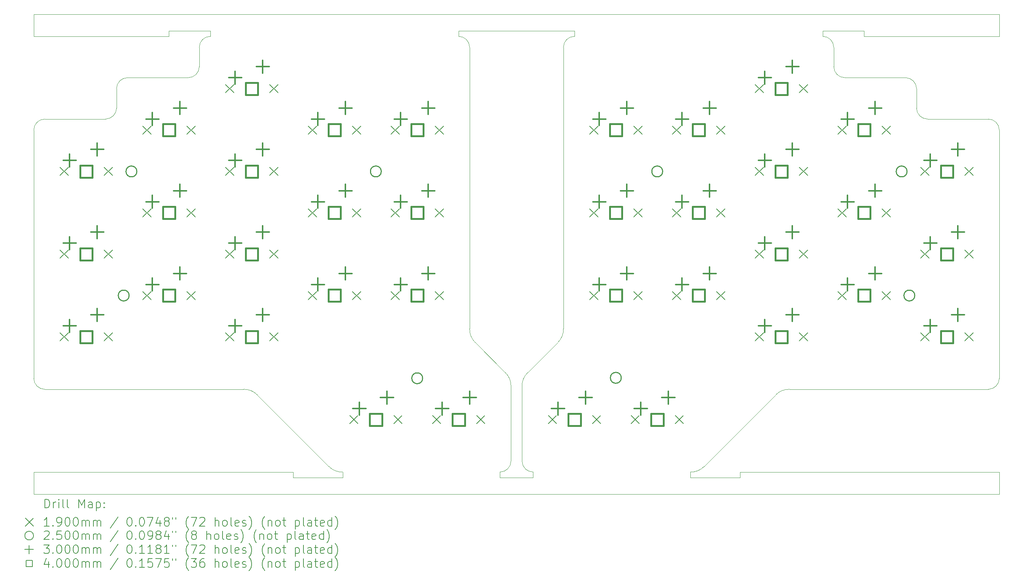
<source format=gbr>
%FSLAX45Y45*%
G04 Gerber Fmt 4.5, Leading zero omitted, Abs format (unit mm)*
G04 Created by KiCad (PCBNEW (6.0.6-1)-1) date 2022-07-19 11:22:40*
%MOMM*%
%LPD*%
G01*
G04 APERTURE LIST*
%TA.AperFunction,Profile*%
%ADD10C,0.120000*%
%TD*%
%ADD11C,0.200000*%
%ADD12C,0.190000*%
%ADD13C,0.250000*%
%ADD14C,0.300000*%
%ADD15C,0.400000*%
G04 APERTURE END LIST*
D10*
X14351000Y-6921500D02*
X8382000Y-6921500D01*
X2159003Y-3619500D02*
G75*
G03*
X2286000Y-3937000I417557J-17130D01*
G01*
X8382000Y-7048500D02*
X8382000Y-6921500D01*
X-762000Y-7048500D02*
X-1905000Y-7048500D01*
X-7874000Y-6921500D02*
X-7874000Y-7429500D01*
X3111497Y-4953000D02*
G75*
G03*
X2984500Y-4635500I-417557J17130D01*
G01*
X14351000Y3619500D02*
X14351000Y3111500D01*
X9525000Y-5016503D02*
G75*
G03*
X9207500Y-5143500I-17130J-417557D01*
G01*
X12446000Y1460500D02*
G75*
G03*
X12700000Y1206500I254000J0D01*
G01*
X14097000Y1206500D02*
X12700000Y1206500D01*
X-7874000Y952500D02*
X-7874000Y-4762500D01*
X4191002Y-3937002D02*
G75*
G03*
X4318000Y-3619500I-290562J300372D01*
G01*
X-3810000Y3111500D02*
X-3810000Y3238500D01*
X14097000Y-5016500D02*
G75*
G03*
X14351000Y-4762500I0J254000D01*
G01*
X1905000Y3238500D02*
X4572000Y3238500D01*
X14351000Y-4762500D02*
X14351000Y952500D01*
X-7620000Y1206500D02*
G75*
G03*
X-7874000Y952500I0J-254000D01*
G01*
X10541000Y2413000D02*
X10541000Y2857500D01*
X-1079502Y-6794502D02*
G75*
G03*
X-762000Y-6921500I300372J290562D01*
G01*
X14351000Y3619500D02*
X-7874000Y3619500D01*
X-762000Y-6921500D02*
X-762000Y-7048500D01*
X-2730498Y-5143498D02*
G75*
G03*
X-3048000Y-5016500I-300372J-290562D01*
G01*
X9207500Y-5143500D02*
X7556500Y-6794500D01*
X-4762500Y3238500D02*
X-4762500Y3111500D01*
X-7874000Y3111500D02*
X-7874000Y3619500D01*
X2857500Y-7048500D02*
X3619500Y-7048500D01*
X-6223000Y1206500D02*
G75*
G03*
X-5969000Y1460500I0J254000D01*
G01*
X-4318000Y2159000D02*
X-5715000Y2159000D01*
X10541000Y2857500D02*
G75*
G03*
X10287000Y3111500I-254000J0D01*
G01*
X9525000Y-5016500D02*
X14097000Y-5016500D01*
X11239500Y3238500D02*
X10287000Y3238500D01*
X-1079500Y-6794500D02*
X-2730500Y-5143500D01*
X-7874000Y-4762500D02*
G75*
G03*
X-7620000Y-5016500I254000J0D01*
G01*
X-4318000Y2159000D02*
G75*
G03*
X-4064000Y2413000I0J254000D01*
G01*
X-5715000Y2159000D02*
G75*
G03*
X-5969000Y1905000I0J-254000D01*
G01*
X4572000Y3238500D02*
X4572000Y3111500D01*
X3365500Y-6667500D02*
G75*
G03*
X3619500Y-6921500I254000J0D01*
G01*
X-6223000Y1206500D02*
X-7620000Y1206500D01*
X-7620000Y-5016500D02*
X-3048000Y-5016500D01*
X14351000Y952500D02*
G75*
G03*
X14097000Y1206500I-254000J0D01*
G01*
X-1905000Y-6921500D02*
X-1905000Y-7048500D01*
X12446000Y1905000D02*
G75*
G03*
X12192000Y2159000I-254000J0D01*
G01*
X10287000Y3238500D02*
X10287000Y3111500D01*
X-3810000Y3111500D02*
G75*
G03*
X-4064000Y2857500I0J-254000D01*
G01*
X3492498Y-4635498D02*
G75*
G03*
X3365500Y-4953000I290562J-300372D01*
G01*
X14351000Y3111500D02*
X11239500Y3111500D01*
X3365500Y-6667500D02*
X3365500Y-4953000D01*
X-3810000Y3238500D02*
X-4762500Y3238500D01*
X2984500Y-4635500D02*
X2286000Y-3937000D01*
X2857500Y-6921500D02*
X2857500Y-7048500D01*
X7239000Y-6921497D02*
G75*
G03*
X7556500Y-6794500I17130J417557D01*
G01*
X-4064000Y2857500D02*
X-4064000Y2413000D01*
X4318000Y2857500D02*
X4318000Y-3619500D01*
X-1905000Y-6921500D02*
X-7874000Y-6921500D01*
X3619500Y-7048500D02*
X3619500Y-6921500D01*
X7239000Y-7048500D02*
X7239000Y-6921500D01*
X4191000Y-3937000D02*
X3492500Y-4635500D01*
X10541000Y2413000D02*
G75*
G03*
X10795000Y2159000I254000J0D01*
G01*
X2857500Y-6921500D02*
G75*
G03*
X3111500Y-6667500I0J254000D01*
G01*
X3111500Y-4953000D02*
X3111500Y-6667500D01*
X14351000Y-7429500D02*
X-7874000Y-7429500D01*
X14351000Y-7429500D02*
X14351000Y-6921500D01*
X11239500Y3111500D02*
X11239500Y3238500D01*
X-4762500Y3111500D02*
X-7874000Y3111500D01*
X4572000Y3111500D02*
G75*
G03*
X4318000Y2857500I0J-254000D01*
G01*
X1905000Y3111500D02*
X1905000Y3238500D01*
X12192000Y2159000D02*
X10795000Y2159000D01*
X-5969000Y1905000D02*
X-5969000Y1460500D01*
X12446000Y1460500D02*
X12446000Y1905000D01*
X2159000Y-3619500D02*
X2159000Y2857500D01*
X2159000Y2857500D02*
G75*
G03*
X1905000Y3111500I-254000J0D01*
G01*
X8382000Y-7048500D02*
X7239000Y-7048500D01*
D11*
D12*
X-7270500Y95000D02*
X-7080500Y-95000D01*
X-7080500Y95000D02*
X-7270500Y-95000D01*
X-7270500Y-1810000D02*
X-7080500Y-2000000D01*
X-7080500Y-1810000D02*
X-7270500Y-2000000D01*
X-7270500Y-3715000D02*
X-7080500Y-3905000D01*
X-7080500Y-3715000D02*
X-7270500Y-3905000D01*
X-6254500Y95000D02*
X-6064500Y-95000D01*
X-6064500Y95000D02*
X-6254500Y-95000D01*
X-6254500Y-1810000D02*
X-6064500Y-2000000D01*
X-6064500Y-1810000D02*
X-6254500Y-2000000D01*
X-6254500Y-3715000D02*
X-6064500Y-3905000D01*
X-6064500Y-3715000D02*
X-6254500Y-3905000D01*
X-5365500Y1047500D02*
X-5175500Y857500D01*
X-5175500Y1047500D02*
X-5365500Y857500D01*
X-5365500Y-857500D02*
X-5175500Y-1047500D01*
X-5175500Y-857500D02*
X-5365500Y-1047500D01*
X-5365500Y-2762500D02*
X-5175500Y-2952500D01*
X-5175500Y-2762500D02*
X-5365500Y-2952500D01*
X-4349500Y1047500D02*
X-4159500Y857500D01*
X-4159500Y1047500D02*
X-4349500Y857500D01*
X-4349500Y-857500D02*
X-4159500Y-1047500D01*
X-4159500Y-857500D02*
X-4349500Y-1047500D01*
X-4349500Y-2762500D02*
X-4159500Y-2952500D01*
X-4159500Y-2762500D02*
X-4349500Y-2952500D01*
X-3460500Y2000000D02*
X-3270500Y1810000D01*
X-3270500Y2000000D02*
X-3460500Y1810000D01*
X-3460500Y95000D02*
X-3270500Y-95000D01*
X-3270500Y95000D02*
X-3460500Y-95000D01*
X-3460500Y-1810000D02*
X-3270500Y-2000000D01*
X-3270500Y-1810000D02*
X-3460500Y-2000000D01*
X-3460500Y-3715000D02*
X-3270500Y-3905000D01*
X-3270500Y-3715000D02*
X-3460500Y-3905000D01*
X-2444500Y2000000D02*
X-2254500Y1810000D01*
X-2254500Y2000000D02*
X-2444500Y1810000D01*
X-2444500Y95000D02*
X-2254500Y-95000D01*
X-2254500Y95000D02*
X-2444500Y-95000D01*
X-2444500Y-1810000D02*
X-2254500Y-2000000D01*
X-2254500Y-1810000D02*
X-2444500Y-2000000D01*
X-2444500Y-3715000D02*
X-2254500Y-3905000D01*
X-2254500Y-3715000D02*
X-2444500Y-3905000D01*
X-1555500Y1047500D02*
X-1365500Y857500D01*
X-1365500Y1047500D02*
X-1555500Y857500D01*
X-1555500Y-857500D02*
X-1365500Y-1047500D01*
X-1365500Y-857500D02*
X-1555500Y-1047500D01*
X-1555500Y-2762500D02*
X-1365500Y-2952500D01*
X-1365500Y-2762500D02*
X-1555500Y-2952500D01*
X-603000Y-5620000D02*
X-413000Y-5810000D01*
X-413000Y-5620000D02*
X-603000Y-5810000D01*
X-539500Y1047500D02*
X-349500Y857500D01*
X-349500Y1047500D02*
X-539500Y857500D01*
X-539500Y-857500D02*
X-349500Y-1047500D01*
X-349500Y-857500D02*
X-539500Y-1047500D01*
X-539500Y-2762500D02*
X-349500Y-2952500D01*
X-349500Y-2762500D02*
X-539500Y-2952500D01*
X349500Y1047500D02*
X539500Y857500D01*
X539500Y1047500D02*
X349500Y857500D01*
X349500Y-857500D02*
X539500Y-1047500D01*
X539500Y-857500D02*
X349500Y-1047500D01*
X349500Y-2762500D02*
X539500Y-2952500D01*
X539500Y-2762500D02*
X349500Y-2952500D01*
X413000Y-5620000D02*
X603000Y-5810000D01*
X603000Y-5620000D02*
X413000Y-5810000D01*
X1302000Y-5620000D02*
X1492000Y-5810000D01*
X1492000Y-5620000D02*
X1302000Y-5810000D01*
X1365500Y1047500D02*
X1555500Y857500D01*
X1555500Y1047500D02*
X1365500Y857500D01*
X1365500Y-857500D02*
X1555500Y-1047500D01*
X1555500Y-857500D02*
X1365500Y-1047500D01*
X1365500Y-2762500D02*
X1555500Y-2952500D01*
X1555500Y-2762500D02*
X1365500Y-2952500D01*
X2318000Y-5620000D02*
X2508000Y-5810000D01*
X2508000Y-5620000D02*
X2318000Y-5810000D01*
X3969000Y-5620000D02*
X4159000Y-5810000D01*
X4159000Y-5620000D02*
X3969000Y-5810000D01*
X4921500Y1047500D02*
X5111500Y857500D01*
X5111500Y1047500D02*
X4921500Y857500D01*
X4921500Y-857500D02*
X5111500Y-1047500D01*
X5111500Y-857500D02*
X4921500Y-1047500D01*
X4921500Y-2762500D02*
X5111500Y-2952500D01*
X5111500Y-2762500D02*
X4921500Y-2952500D01*
X4985000Y-5620000D02*
X5175000Y-5810000D01*
X5175000Y-5620000D02*
X4985000Y-5810000D01*
X5874000Y-5620000D02*
X6064000Y-5810000D01*
X6064000Y-5620000D02*
X5874000Y-5810000D01*
X5937500Y1047500D02*
X6127500Y857500D01*
X6127500Y1047500D02*
X5937500Y857500D01*
X5937500Y-857500D02*
X6127500Y-1047500D01*
X6127500Y-857500D02*
X5937500Y-1047500D01*
X5937500Y-2762500D02*
X6127500Y-2952500D01*
X6127500Y-2762500D02*
X5937500Y-2952500D01*
X6826500Y1047500D02*
X7016500Y857500D01*
X7016500Y1047500D02*
X6826500Y857500D01*
X6826500Y-857500D02*
X7016500Y-1047500D01*
X7016500Y-857500D02*
X6826500Y-1047500D01*
X6826500Y-2762500D02*
X7016500Y-2952500D01*
X7016500Y-2762500D02*
X6826500Y-2952500D01*
X6890000Y-5620000D02*
X7080000Y-5810000D01*
X7080000Y-5620000D02*
X6890000Y-5810000D01*
X7842500Y1047500D02*
X8032500Y857500D01*
X8032500Y1047500D02*
X7842500Y857500D01*
X7842500Y-857500D02*
X8032500Y-1047500D01*
X8032500Y-857500D02*
X7842500Y-1047500D01*
X7842500Y-2762500D02*
X8032500Y-2952500D01*
X8032500Y-2762500D02*
X7842500Y-2952500D01*
X8731500Y2000000D02*
X8921500Y1810000D01*
X8921500Y2000000D02*
X8731500Y1810000D01*
X8731500Y95000D02*
X8921500Y-95000D01*
X8921500Y95000D02*
X8731500Y-95000D01*
X8731500Y-1810000D02*
X8921500Y-2000000D01*
X8921500Y-1810000D02*
X8731500Y-2000000D01*
X8731500Y-3715000D02*
X8921500Y-3905000D01*
X8921500Y-3715000D02*
X8731500Y-3905000D01*
X9747500Y2000000D02*
X9937500Y1810000D01*
X9937500Y2000000D02*
X9747500Y1810000D01*
X9747500Y95000D02*
X9937500Y-95000D01*
X9937500Y95000D02*
X9747500Y-95000D01*
X9747500Y-1810000D02*
X9937500Y-2000000D01*
X9937500Y-1810000D02*
X9747500Y-2000000D01*
X9747500Y-3715000D02*
X9937500Y-3905000D01*
X9937500Y-3715000D02*
X9747500Y-3905000D01*
X10636500Y1047500D02*
X10826500Y857500D01*
X10826500Y1047500D02*
X10636500Y857500D01*
X10636500Y-857500D02*
X10826500Y-1047500D01*
X10826500Y-857500D02*
X10636500Y-1047500D01*
X10636500Y-2762500D02*
X10826500Y-2952500D01*
X10826500Y-2762500D02*
X10636500Y-2952500D01*
X11652500Y1047500D02*
X11842500Y857500D01*
X11842500Y1047500D02*
X11652500Y857500D01*
X11652500Y-857500D02*
X11842500Y-1047500D01*
X11842500Y-857500D02*
X11652500Y-1047500D01*
X11652500Y-2762500D02*
X11842500Y-2952500D01*
X11842500Y-2762500D02*
X11652500Y-2952500D01*
X12541500Y95000D02*
X12731500Y-95000D01*
X12731500Y95000D02*
X12541500Y-95000D01*
X12541500Y-1810000D02*
X12731500Y-2000000D01*
X12731500Y-1810000D02*
X12541500Y-2000000D01*
X12541500Y-3715000D02*
X12731500Y-3905000D01*
X12731500Y-3715000D02*
X12541500Y-3905000D01*
X13557500Y95000D02*
X13747500Y-95000D01*
X13747500Y95000D02*
X13557500Y-95000D01*
X13557500Y-1810000D02*
X13747500Y-2000000D01*
X13747500Y-1810000D02*
X13557500Y-2000000D01*
X13557500Y-3715000D02*
X13747500Y-3905000D01*
X13747500Y-3715000D02*
X13557500Y-3905000D01*
D13*
X-5678900Y-2857500D02*
G75*
G03*
X-5678900Y-2857500I-125000J0D01*
G01*
X-5501100Y0D02*
G75*
G03*
X-5501100Y0I-125000J0D01*
G01*
X125000Y0D02*
G75*
G03*
X125000Y0I-125000J0D01*
G01*
X1077500Y-4762500D02*
G75*
G03*
X1077500Y-4762500I-125000J0D01*
G01*
X5649500Y-4752340D02*
G75*
G03*
X5649500Y-4752340I-125000J0D01*
G01*
X6602000Y0D02*
G75*
G03*
X6602000Y0I-125000J0D01*
G01*
X12228100Y0D02*
G75*
G03*
X12228100Y0I-125000J0D01*
G01*
X12405900Y-2857500D02*
G75*
G03*
X12405900Y-2857500I-125000J0D01*
G01*
D14*
X-7048500Y404000D02*
X-7048500Y104000D01*
X-7198500Y254000D02*
X-6898500Y254000D01*
X-7048500Y-1501000D02*
X-7048500Y-1801000D01*
X-7198500Y-1651000D02*
X-6898500Y-1651000D01*
X-7048500Y-3406000D02*
X-7048500Y-3706000D01*
X-7198500Y-3556000D02*
X-6898500Y-3556000D01*
X-6413500Y658000D02*
X-6413500Y358000D01*
X-6563500Y508000D02*
X-6263500Y508000D01*
X-6413500Y-1247000D02*
X-6413500Y-1547000D01*
X-6563500Y-1397000D02*
X-6263500Y-1397000D01*
X-6413500Y-3152000D02*
X-6413500Y-3452000D01*
X-6563500Y-3302000D02*
X-6263500Y-3302000D01*
X-5143500Y1356500D02*
X-5143500Y1056500D01*
X-5293500Y1206500D02*
X-4993500Y1206500D01*
X-5143500Y-548500D02*
X-5143500Y-848500D01*
X-5293500Y-698500D02*
X-4993500Y-698500D01*
X-5143500Y-2453500D02*
X-5143500Y-2753500D01*
X-5293500Y-2603500D02*
X-4993500Y-2603500D01*
X-4508500Y1610500D02*
X-4508500Y1310500D01*
X-4658500Y1460500D02*
X-4358500Y1460500D01*
X-4508500Y-294500D02*
X-4508500Y-594500D01*
X-4658500Y-444500D02*
X-4358500Y-444500D01*
X-4508500Y-2199500D02*
X-4508500Y-2499500D01*
X-4658500Y-2349500D02*
X-4358500Y-2349500D01*
X-3238500Y2309000D02*
X-3238500Y2009000D01*
X-3388500Y2159000D02*
X-3088500Y2159000D01*
X-3238500Y404000D02*
X-3238500Y104000D01*
X-3388500Y254000D02*
X-3088500Y254000D01*
X-3238500Y-1501000D02*
X-3238500Y-1801000D01*
X-3388500Y-1651000D02*
X-3088500Y-1651000D01*
X-3238500Y-3406000D02*
X-3238500Y-3706000D01*
X-3388500Y-3556000D02*
X-3088500Y-3556000D01*
X-2603500Y2563000D02*
X-2603500Y2263000D01*
X-2753500Y2413000D02*
X-2453500Y2413000D01*
X-2603500Y658000D02*
X-2603500Y358000D01*
X-2753500Y508000D02*
X-2453500Y508000D01*
X-2603500Y-1247000D02*
X-2603500Y-1547000D01*
X-2753500Y-1397000D02*
X-2453500Y-1397000D01*
X-2603500Y-3152000D02*
X-2603500Y-3452000D01*
X-2753500Y-3302000D02*
X-2453500Y-3302000D01*
X-1333500Y1356500D02*
X-1333500Y1056500D01*
X-1483500Y1206500D02*
X-1183500Y1206500D01*
X-1333500Y-548500D02*
X-1333500Y-848500D01*
X-1483500Y-698500D02*
X-1183500Y-698500D01*
X-1333500Y-2453500D02*
X-1333500Y-2753500D01*
X-1483500Y-2603500D02*
X-1183500Y-2603500D01*
X-698500Y1610500D02*
X-698500Y1310500D01*
X-848500Y1460500D02*
X-548500Y1460500D01*
X-698500Y-294500D02*
X-698500Y-594500D01*
X-848500Y-444500D02*
X-548500Y-444500D01*
X-698500Y-2199500D02*
X-698500Y-2499500D01*
X-848500Y-2349500D02*
X-548500Y-2349500D01*
X-381000Y-5311000D02*
X-381000Y-5611000D01*
X-531000Y-5461000D02*
X-231000Y-5461000D01*
X254000Y-5057000D02*
X254000Y-5357000D01*
X104000Y-5207000D02*
X404000Y-5207000D01*
X571500Y1356500D02*
X571500Y1056500D01*
X421500Y1206500D02*
X721500Y1206500D01*
X571500Y-548500D02*
X571500Y-848500D01*
X421500Y-698500D02*
X721500Y-698500D01*
X571500Y-2453500D02*
X571500Y-2753500D01*
X421500Y-2603500D02*
X721500Y-2603500D01*
X1206500Y1610500D02*
X1206500Y1310500D01*
X1056500Y1460500D02*
X1356500Y1460500D01*
X1206500Y-294500D02*
X1206500Y-594500D01*
X1056500Y-444500D02*
X1356500Y-444500D01*
X1206500Y-2199500D02*
X1206500Y-2499500D01*
X1056500Y-2349500D02*
X1356500Y-2349500D01*
X1524000Y-5311000D02*
X1524000Y-5611000D01*
X1374000Y-5461000D02*
X1674000Y-5461000D01*
X2159000Y-5057000D02*
X2159000Y-5357000D01*
X2009000Y-5207000D02*
X2309000Y-5207000D01*
X4191000Y-5311000D02*
X4191000Y-5611000D01*
X4041000Y-5461000D02*
X4341000Y-5461000D01*
X4826000Y-5057000D02*
X4826000Y-5357000D01*
X4676000Y-5207000D02*
X4976000Y-5207000D01*
X5143500Y1356500D02*
X5143500Y1056500D01*
X4993500Y1206500D02*
X5293500Y1206500D01*
X5143500Y-548500D02*
X5143500Y-848500D01*
X4993500Y-698500D02*
X5293500Y-698500D01*
X5143500Y-2453500D02*
X5143500Y-2753500D01*
X4993500Y-2603500D02*
X5293500Y-2603500D01*
X5778500Y1610500D02*
X5778500Y1310500D01*
X5628500Y1460500D02*
X5928500Y1460500D01*
X5778500Y-294500D02*
X5778500Y-594500D01*
X5628500Y-444500D02*
X5928500Y-444500D01*
X5778500Y-2199500D02*
X5778500Y-2499500D01*
X5628500Y-2349500D02*
X5928500Y-2349500D01*
X6096000Y-5311000D02*
X6096000Y-5611000D01*
X5946000Y-5461000D02*
X6246000Y-5461000D01*
X6731000Y-5057000D02*
X6731000Y-5357000D01*
X6581000Y-5207000D02*
X6881000Y-5207000D01*
X7048500Y1356500D02*
X7048500Y1056500D01*
X6898500Y1206500D02*
X7198500Y1206500D01*
X7048500Y-548500D02*
X7048500Y-848500D01*
X6898500Y-698500D02*
X7198500Y-698500D01*
X7048500Y-2453500D02*
X7048500Y-2753500D01*
X6898500Y-2603500D02*
X7198500Y-2603500D01*
X7683500Y1610500D02*
X7683500Y1310500D01*
X7533500Y1460500D02*
X7833500Y1460500D01*
X7683500Y-294500D02*
X7683500Y-594500D01*
X7533500Y-444500D02*
X7833500Y-444500D01*
X7683500Y-2199500D02*
X7683500Y-2499500D01*
X7533500Y-2349500D02*
X7833500Y-2349500D01*
X8953500Y2309000D02*
X8953500Y2009000D01*
X8803500Y2159000D02*
X9103500Y2159000D01*
X8953500Y404000D02*
X8953500Y104000D01*
X8803500Y254000D02*
X9103500Y254000D01*
X8953500Y-1501000D02*
X8953500Y-1801000D01*
X8803500Y-1651000D02*
X9103500Y-1651000D01*
X8953500Y-3406000D02*
X8953500Y-3706000D01*
X8803500Y-3556000D02*
X9103500Y-3556000D01*
X9588500Y2563000D02*
X9588500Y2263000D01*
X9438500Y2413000D02*
X9738500Y2413000D01*
X9588500Y658000D02*
X9588500Y358000D01*
X9438500Y508000D02*
X9738500Y508000D01*
X9588500Y-1247000D02*
X9588500Y-1547000D01*
X9438500Y-1397000D02*
X9738500Y-1397000D01*
X9588500Y-3152000D02*
X9588500Y-3452000D01*
X9438500Y-3302000D02*
X9738500Y-3302000D01*
X10858500Y1356500D02*
X10858500Y1056500D01*
X10708500Y1206500D02*
X11008500Y1206500D01*
X10858500Y-548500D02*
X10858500Y-848500D01*
X10708500Y-698500D02*
X11008500Y-698500D01*
X10858500Y-2453500D02*
X10858500Y-2753500D01*
X10708500Y-2603500D02*
X11008500Y-2603500D01*
X11493500Y1610500D02*
X11493500Y1310500D01*
X11343500Y1460500D02*
X11643500Y1460500D01*
X11493500Y-294500D02*
X11493500Y-594500D01*
X11343500Y-444500D02*
X11643500Y-444500D01*
X11493500Y-2199500D02*
X11493500Y-2499500D01*
X11343500Y-2349500D02*
X11643500Y-2349500D01*
X12763500Y404000D02*
X12763500Y104000D01*
X12613500Y254000D02*
X12913500Y254000D01*
X12763500Y-1501000D02*
X12763500Y-1801000D01*
X12613500Y-1651000D02*
X12913500Y-1651000D01*
X12763500Y-3406000D02*
X12763500Y-3706000D01*
X12613500Y-3556000D02*
X12913500Y-3556000D01*
X13398500Y658000D02*
X13398500Y358000D01*
X13248500Y508000D02*
X13548500Y508000D01*
X13398500Y-1247000D02*
X13398500Y-1547000D01*
X13248500Y-1397000D02*
X13548500Y-1397000D01*
X13398500Y-3152000D02*
X13398500Y-3452000D01*
X13248500Y-3302000D02*
X13548500Y-3302000D01*
D15*
X-6526077Y-141423D02*
X-6526077Y141423D01*
X-6808923Y141423D01*
X-6808923Y-141423D01*
X-6526077Y-141423D01*
X-6526077Y-2046423D02*
X-6526077Y-1763577D01*
X-6808923Y-1763577D01*
X-6808923Y-2046423D01*
X-6526077Y-2046423D01*
X-6526077Y-3951423D02*
X-6526077Y-3668577D01*
X-6808923Y-3668577D01*
X-6808923Y-3951423D01*
X-6526077Y-3951423D01*
X-4621077Y811077D02*
X-4621077Y1093923D01*
X-4903923Y1093923D01*
X-4903923Y811077D01*
X-4621077Y811077D01*
X-4621077Y-1093923D02*
X-4621077Y-811077D01*
X-4903923Y-811077D01*
X-4903923Y-1093923D01*
X-4621077Y-1093923D01*
X-4621077Y-2998923D02*
X-4621077Y-2716077D01*
X-4903923Y-2716077D01*
X-4903923Y-2998923D01*
X-4621077Y-2998923D01*
X-2716077Y1763577D02*
X-2716077Y2046423D01*
X-2998923Y2046423D01*
X-2998923Y1763577D01*
X-2716077Y1763577D01*
X-2716077Y-141423D02*
X-2716077Y141423D01*
X-2998923Y141423D01*
X-2998923Y-141423D01*
X-2716077Y-141423D01*
X-2716077Y-2046423D02*
X-2716077Y-1763577D01*
X-2998923Y-1763577D01*
X-2998923Y-2046423D01*
X-2716077Y-2046423D01*
X-2716077Y-3951423D02*
X-2716077Y-3668577D01*
X-2998923Y-3668577D01*
X-2998923Y-3951423D01*
X-2716077Y-3951423D01*
X-811077Y811077D02*
X-811077Y1093923D01*
X-1093923Y1093923D01*
X-1093923Y811077D01*
X-811077Y811077D01*
X-811077Y-1093923D02*
X-811077Y-811077D01*
X-1093923Y-811077D01*
X-1093923Y-1093923D01*
X-811077Y-1093923D01*
X-811077Y-2998923D02*
X-811077Y-2716077D01*
X-1093923Y-2716077D01*
X-1093923Y-2998923D01*
X-811077Y-2998923D01*
X141423Y-5856423D02*
X141423Y-5573577D01*
X-141423Y-5573577D01*
X-141423Y-5856423D01*
X141423Y-5856423D01*
X1093923Y811077D02*
X1093923Y1093923D01*
X811077Y1093923D01*
X811077Y811077D01*
X1093923Y811077D01*
X1093923Y-1093923D02*
X1093923Y-811077D01*
X811077Y-811077D01*
X811077Y-1093923D01*
X1093923Y-1093923D01*
X1093923Y-2998923D02*
X1093923Y-2716077D01*
X811077Y-2716077D01*
X811077Y-2998923D01*
X1093923Y-2998923D01*
X2046423Y-5856423D02*
X2046423Y-5573577D01*
X1763577Y-5573577D01*
X1763577Y-5856423D01*
X2046423Y-5856423D01*
X4713423Y-5856423D02*
X4713423Y-5573577D01*
X4430577Y-5573577D01*
X4430577Y-5856423D01*
X4713423Y-5856423D01*
X5665923Y811077D02*
X5665923Y1093923D01*
X5383077Y1093923D01*
X5383077Y811077D01*
X5665923Y811077D01*
X5665923Y-1093923D02*
X5665923Y-811077D01*
X5383077Y-811077D01*
X5383077Y-1093923D01*
X5665923Y-1093923D01*
X5665923Y-2998923D02*
X5665923Y-2716077D01*
X5383077Y-2716077D01*
X5383077Y-2998923D01*
X5665923Y-2998923D01*
X6618423Y-5856423D02*
X6618423Y-5573577D01*
X6335577Y-5573577D01*
X6335577Y-5856423D01*
X6618423Y-5856423D01*
X7570923Y811077D02*
X7570923Y1093923D01*
X7288077Y1093923D01*
X7288077Y811077D01*
X7570923Y811077D01*
X7570923Y-1093923D02*
X7570923Y-811077D01*
X7288077Y-811077D01*
X7288077Y-1093923D01*
X7570923Y-1093923D01*
X7570923Y-2998923D02*
X7570923Y-2716077D01*
X7288077Y-2716077D01*
X7288077Y-2998923D01*
X7570923Y-2998923D01*
X9475923Y1763577D02*
X9475923Y2046423D01*
X9193077Y2046423D01*
X9193077Y1763577D01*
X9475923Y1763577D01*
X9475923Y-141423D02*
X9475923Y141423D01*
X9193077Y141423D01*
X9193077Y-141423D01*
X9475923Y-141423D01*
X9475923Y-2046423D02*
X9475923Y-1763577D01*
X9193077Y-1763577D01*
X9193077Y-2046423D01*
X9475923Y-2046423D01*
X9475923Y-3951423D02*
X9475923Y-3668577D01*
X9193077Y-3668577D01*
X9193077Y-3951423D01*
X9475923Y-3951423D01*
X11380923Y811077D02*
X11380923Y1093923D01*
X11098077Y1093923D01*
X11098077Y811077D01*
X11380923Y811077D01*
X11380923Y-1093923D02*
X11380923Y-811077D01*
X11098077Y-811077D01*
X11098077Y-1093923D01*
X11380923Y-1093923D01*
X11380923Y-2998923D02*
X11380923Y-2716077D01*
X11098077Y-2716077D01*
X11098077Y-2998923D01*
X11380923Y-2998923D01*
X13285923Y-141423D02*
X13285923Y141423D01*
X13003077Y141423D01*
X13003077Y-141423D01*
X13285923Y-141423D01*
X13285923Y-2046423D02*
X13285923Y-1763577D01*
X13003077Y-1763577D01*
X13003077Y-2046423D01*
X13285923Y-2046423D01*
X13285923Y-3951423D02*
X13285923Y-3668577D01*
X13003077Y-3668577D01*
X13003077Y-3951423D01*
X13285923Y-3951423D01*
D11*
X-7622381Y-7745976D02*
X-7622381Y-7545976D01*
X-7574762Y-7545976D01*
X-7546190Y-7555500D01*
X-7527143Y-7574548D01*
X-7517619Y-7593595D01*
X-7508095Y-7631690D01*
X-7508095Y-7660262D01*
X-7517619Y-7698357D01*
X-7527143Y-7717405D01*
X-7546190Y-7736452D01*
X-7574762Y-7745976D01*
X-7622381Y-7745976D01*
X-7422381Y-7745976D02*
X-7422381Y-7612643D01*
X-7422381Y-7650738D02*
X-7412857Y-7631690D01*
X-7403333Y-7622167D01*
X-7384286Y-7612643D01*
X-7365238Y-7612643D01*
X-7298571Y-7745976D02*
X-7298571Y-7612643D01*
X-7298571Y-7545976D02*
X-7308095Y-7555500D01*
X-7298571Y-7565024D01*
X-7289048Y-7555500D01*
X-7298571Y-7545976D01*
X-7298571Y-7565024D01*
X-7174762Y-7745976D02*
X-7193810Y-7736452D01*
X-7203333Y-7717405D01*
X-7203333Y-7545976D01*
X-7070000Y-7745976D02*
X-7089048Y-7736452D01*
X-7098571Y-7717405D01*
X-7098571Y-7545976D01*
X-6841429Y-7745976D02*
X-6841429Y-7545976D01*
X-6774762Y-7688833D01*
X-6708095Y-7545976D01*
X-6708095Y-7745976D01*
X-6527143Y-7745976D02*
X-6527143Y-7641214D01*
X-6536667Y-7622167D01*
X-6555714Y-7612643D01*
X-6593810Y-7612643D01*
X-6612857Y-7622167D01*
X-6527143Y-7736452D02*
X-6546190Y-7745976D01*
X-6593810Y-7745976D01*
X-6612857Y-7736452D01*
X-6622381Y-7717405D01*
X-6622381Y-7698357D01*
X-6612857Y-7679309D01*
X-6593810Y-7669786D01*
X-6546190Y-7669786D01*
X-6527143Y-7660262D01*
X-6431905Y-7612643D02*
X-6431905Y-7812643D01*
X-6431905Y-7622167D02*
X-6412857Y-7612643D01*
X-6374762Y-7612643D01*
X-6355714Y-7622167D01*
X-6346190Y-7631690D01*
X-6336667Y-7650738D01*
X-6336667Y-7707881D01*
X-6346190Y-7726928D01*
X-6355714Y-7736452D01*
X-6374762Y-7745976D01*
X-6412857Y-7745976D01*
X-6431905Y-7736452D01*
X-6250952Y-7726928D02*
X-6241429Y-7736452D01*
X-6250952Y-7745976D01*
X-6260476Y-7736452D01*
X-6250952Y-7726928D01*
X-6250952Y-7745976D01*
X-6250952Y-7622167D02*
X-6241429Y-7631690D01*
X-6250952Y-7641214D01*
X-6260476Y-7631690D01*
X-6250952Y-7622167D01*
X-6250952Y-7641214D01*
D12*
X-8070000Y-7980500D02*
X-7880000Y-8170500D01*
X-7880000Y-7980500D02*
X-8070000Y-8170500D01*
D11*
X-7517619Y-8165976D02*
X-7631905Y-8165976D01*
X-7574762Y-8165976D02*
X-7574762Y-7965976D01*
X-7593810Y-7994548D01*
X-7612857Y-8013595D01*
X-7631905Y-8023119D01*
X-7431905Y-8146928D02*
X-7422381Y-8156452D01*
X-7431905Y-8165976D01*
X-7441429Y-8156452D01*
X-7431905Y-8146928D01*
X-7431905Y-8165976D01*
X-7327143Y-8165976D02*
X-7289048Y-8165976D01*
X-7270000Y-8156452D01*
X-7260476Y-8146928D01*
X-7241429Y-8118357D01*
X-7231905Y-8080262D01*
X-7231905Y-8004071D01*
X-7241429Y-7985024D01*
X-7250952Y-7975500D01*
X-7270000Y-7965976D01*
X-7308095Y-7965976D01*
X-7327143Y-7975500D01*
X-7336667Y-7985024D01*
X-7346190Y-8004071D01*
X-7346190Y-8051690D01*
X-7336667Y-8070738D01*
X-7327143Y-8080262D01*
X-7308095Y-8089786D01*
X-7270000Y-8089786D01*
X-7250952Y-8080262D01*
X-7241429Y-8070738D01*
X-7231905Y-8051690D01*
X-7108095Y-7965976D02*
X-7089048Y-7965976D01*
X-7070000Y-7975500D01*
X-7060476Y-7985024D01*
X-7050952Y-8004071D01*
X-7041429Y-8042167D01*
X-7041429Y-8089786D01*
X-7050952Y-8127881D01*
X-7060476Y-8146928D01*
X-7070000Y-8156452D01*
X-7089048Y-8165976D01*
X-7108095Y-8165976D01*
X-7127143Y-8156452D01*
X-7136667Y-8146928D01*
X-7146190Y-8127881D01*
X-7155714Y-8089786D01*
X-7155714Y-8042167D01*
X-7146190Y-8004071D01*
X-7136667Y-7985024D01*
X-7127143Y-7975500D01*
X-7108095Y-7965976D01*
X-6917619Y-7965976D02*
X-6898571Y-7965976D01*
X-6879524Y-7975500D01*
X-6870000Y-7985024D01*
X-6860476Y-8004071D01*
X-6850952Y-8042167D01*
X-6850952Y-8089786D01*
X-6860476Y-8127881D01*
X-6870000Y-8146928D01*
X-6879524Y-8156452D01*
X-6898571Y-8165976D01*
X-6917619Y-8165976D01*
X-6936667Y-8156452D01*
X-6946190Y-8146928D01*
X-6955714Y-8127881D01*
X-6965238Y-8089786D01*
X-6965238Y-8042167D01*
X-6955714Y-8004071D01*
X-6946190Y-7985024D01*
X-6936667Y-7975500D01*
X-6917619Y-7965976D01*
X-6765238Y-8165976D02*
X-6765238Y-8032643D01*
X-6765238Y-8051690D02*
X-6755714Y-8042167D01*
X-6736667Y-8032643D01*
X-6708095Y-8032643D01*
X-6689048Y-8042167D01*
X-6679524Y-8061214D01*
X-6679524Y-8165976D01*
X-6679524Y-8061214D02*
X-6670000Y-8042167D01*
X-6650952Y-8032643D01*
X-6622381Y-8032643D01*
X-6603333Y-8042167D01*
X-6593810Y-8061214D01*
X-6593810Y-8165976D01*
X-6498571Y-8165976D02*
X-6498571Y-8032643D01*
X-6498571Y-8051690D02*
X-6489048Y-8042167D01*
X-6470000Y-8032643D01*
X-6441429Y-8032643D01*
X-6422381Y-8042167D01*
X-6412857Y-8061214D01*
X-6412857Y-8165976D01*
X-6412857Y-8061214D02*
X-6403333Y-8042167D01*
X-6384286Y-8032643D01*
X-6355714Y-8032643D01*
X-6336667Y-8042167D01*
X-6327143Y-8061214D01*
X-6327143Y-8165976D01*
X-5936667Y-7956452D02*
X-6108095Y-8213595D01*
X-5679524Y-7965976D02*
X-5660476Y-7965976D01*
X-5641429Y-7975500D01*
X-5631905Y-7985024D01*
X-5622381Y-8004071D01*
X-5612857Y-8042167D01*
X-5612857Y-8089786D01*
X-5622381Y-8127881D01*
X-5631905Y-8146928D01*
X-5641429Y-8156452D01*
X-5660476Y-8165976D01*
X-5679524Y-8165976D01*
X-5698571Y-8156452D01*
X-5708095Y-8146928D01*
X-5717619Y-8127881D01*
X-5727143Y-8089786D01*
X-5727143Y-8042167D01*
X-5717619Y-8004071D01*
X-5708095Y-7985024D01*
X-5698571Y-7975500D01*
X-5679524Y-7965976D01*
X-5527143Y-8146928D02*
X-5517619Y-8156452D01*
X-5527143Y-8165976D01*
X-5536667Y-8156452D01*
X-5527143Y-8146928D01*
X-5527143Y-8165976D01*
X-5393810Y-7965976D02*
X-5374762Y-7965976D01*
X-5355714Y-7975500D01*
X-5346191Y-7985024D01*
X-5336667Y-8004071D01*
X-5327143Y-8042167D01*
X-5327143Y-8089786D01*
X-5336667Y-8127881D01*
X-5346191Y-8146928D01*
X-5355714Y-8156452D01*
X-5374762Y-8165976D01*
X-5393810Y-8165976D01*
X-5412857Y-8156452D01*
X-5422381Y-8146928D01*
X-5431905Y-8127881D01*
X-5441429Y-8089786D01*
X-5441429Y-8042167D01*
X-5431905Y-8004071D01*
X-5422381Y-7985024D01*
X-5412857Y-7975500D01*
X-5393810Y-7965976D01*
X-5260476Y-7965976D02*
X-5127143Y-7965976D01*
X-5212857Y-8165976D01*
X-4965238Y-8032643D02*
X-4965238Y-8165976D01*
X-5012857Y-7956452D02*
X-5060476Y-8099309D01*
X-4936667Y-8099309D01*
X-4831905Y-8051690D02*
X-4850952Y-8042167D01*
X-4860476Y-8032643D01*
X-4870000Y-8013595D01*
X-4870000Y-8004071D01*
X-4860476Y-7985024D01*
X-4850952Y-7975500D01*
X-4831905Y-7965976D01*
X-4793810Y-7965976D01*
X-4774762Y-7975500D01*
X-4765238Y-7985024D01*
X-4755714Y-8004071D01*
X-4755714Y-8013595D01*
X-4765238Y-8032643D01*
X-4774762Y-8042167D01*
X-4793810Y-8051690D01*
X-4831905Y-8051690D01*
X-4850952Y-8061214D01*
X-4860476Y-8070738D01*
X-4870000Y-8089786D01*
X-4870000Y-8127881D01*
X-4860476Y-8146928D01*
X-4850952Y-8156452D01*
X-4831905Y-8165976D01*
X-4793810Y-8165976D01*
X-4774762Y-8156452D01*
X-4765238Y-8146928D01*
X-4755714Y-8127881D01*
X-4755714Y-8089786D01*
X-4765238Y-8070738D01*
X-4774762Y-8061214D01*
X-4793810Y-8051690D01*
X-4679524Y-7965976D02*
X-4679524Y-8004071D01*
X-4603333Y-7965976D02*
X-4603333Y-8004071D01*
X-4308095Y-8242167D02*
X-4317619Y-8232643D01*
X-4336667Y-8204071D01*
X-4346191Y-8185024D01*
X-4355714Y-8156452D01*
X-4365238Y-8108833D01*
X-4365238Y-8070738D01*
X-4355714Y-8023119D01*
X-4346191Y-7994548D01*
X-4336667Y-7975500D01*
X-4317619Y-7946928D01*
X-4308095Y-7937405D01*
X-4250952Y-7965976D02*
X-4117619Y-7965976D01*
X-4203333Y-8165976D01*
X-4050952Y-7985024D02*
X-4041429Y-7975500D01*
X-4022381Y-7965976D01*
X-3974762Y-7965976D01*
X-3955714Y-7975500D01*
X-3946190Y-7985024D01*
X-3936667Y-8004071D01*
X-3936667Y-8023119D01*
X-3946190Y-8051690D01*
X-4060476Y-8165976D01*
X-3936667Y-8165976D01*
X-3698571Y-8165976D02*
X-3698571Y-7965976D01*
X-3612857Y-8165976D02*
X-3612857Y-8061214D01*
X-3622381Y-8042167D01*
X-3641429Y-8032643D01*
X-3670000Y-8032643D01*
X-3689048Y-8042167D01*
X-3698571Y-8051690D01*
X-3489048Y-8165976D02*
X-3508095Y-8156452D01*
X-3517619Y-8146928D01*
X-3527143Y-8127881D01*
X-3527143Y-8070738D01*
X-3517619Y-8051690D01*
X-3508095Y-8042167D01*
X-3489048Y-8032643D01*
X-3460476Y-8032643D01*
X-3441429Y-8042167D01*
X-3431905Y-8051690D01*
X-3422381Y-8070738D01*
X-3422381Y-8127881D01*
X-3431905Y-8146928D01*
X-3441429Y-8156452D01*
X-3460476Y-8165976D01*
X-3489048Y-8165976D01*
X-3308095Y-8165976D02*
X-3327143Y-8156452D01*
X-3336667Y-8137405D01*
X-3336667Y-7965976D01*
X-3155714Y-8156452D02*
X-3174762Y-8165976D01*
X-3212857Y-8165976D01*
X-3231905Y-8156452D01*
X-3241429Y-8137405D01*
X-3241429Y-8061214D01*
X-3231905Y-8042167D01*
X-3212857Y-8032643D01*
X-3174762Y-8032643D01*
X-3155714Y-8042167D01*
X-3146190Y-8061214D01*
X-3146190Y-8080262D01*
X-3241429Y-8099309D01*
X-3070000Y-8156452D02*
X-3050952Y-8165976D01*
X-3012857Y-8165976D01*
X-2993810Y-8156452D01*
X-2984286Y-8137405D01*
X-2984286Y-8127881D01*
X-2993810Y-8108833D01*
X-3012857Y-8099309D01*
X-3041429Y-8099309D01*
X-3060476Y-8089786D01*
X-3070000Y-8070738D01*
X-3070000Y-8061214D01*
X-3060476Y-8042167D01*
X-3041429Y-8032643D01*
X-3012857Y-8032643D01*
X-2993810Y-8042167D01*
X-2917619Y-8242167D02*
X-2908095Y-8232643D01*
X-2889048Y-8204071D01*
X-2879524Y-8185024D01*
X-2870000Y-8156452D01*
X-2860476Y-8108833D01*
X-2860476Y-8070738D01*
X-2870000Y-8023119D01*
X-2879524Y-7994548D01*
X-2889048Y-7975500D01*
X-2908095Y-7946928D01*
X-2917619Y-7937405D01*
X-2555714Y-8242167D02*
X-2565238Y-8232643D01*
X-2584286Y-8204071D01*
X-2593810Y-8185024D01*
X-2603333Y-8156452D01*
X-2612857Y-8108833D01*
X-2612857Y-8070738D01*
X-2603333Y-8023119D01*
X-2593810Y-7994548D01*
X-2584286Y-7975500D01*
X-2565238Y-7946928D01*
X-2555714Y-7937405D01*
X-2479524Y-8032643D02*
X-2479524Y-8165976D01*
X-2479524Y-8051690D02*
X-2470000Y-8042167D01*
X-2450952Y-8032643D01*
X-2422381Y-8032643D01*
X-2403333Y-8042167D01*
X-2393810Y-8061214D01*
X-2393810Y-8165976D01*
X-2270000Y-8165976D02*
X-2289048Y-8156452D01*
X-2298572Y-8146928D01*
X-2308095Y-8127881D01*
X-2308095Y-8070738D01*
X-2298572Y-8051690D01*
X-2289048Y-8042167D01*
X-2270000Y-8032643D01*
X-2241429Y-8032643D01*
X-2222381Y-8042167D01*
X-2212857Y-8051690D01*
X-2203333Y-8070738D01*
X-2203333Y-8127881D01*
X-2212857Y-8146928D01*
X-2222381Y-8156452D01*
X-2241429Y-8165976D01*
X-2270000Y-8165976D01*
X-2146191Y-8032643D02*
X-2070000Y-8032643D01*
X-2117619Y-7965976D02*
X-2117619Y-8137405D01*
X-2108095Y-8156452D01*
X-2089048Y-8165976D01*
X-2070000Y-8165976D01*
X-1850952Y-8032643D02*
X-1850952Y-8232643D01*
X-1850952Y-8042167D02*
X-1831905Y-8032643D01*
X-1793810Y-8032643D01*
X-1774762Y-8042167D01*
X-1765238Y-8051690D01*
X-1755714Y-8070738D01*
X-1755714Y-8127881D01*
X-1765238Y-8146928D01*
X-1774762Y-8156452D01*
X-1793810Y-8165976D01*
X-1831905Y-8165976D01*
X-1850952Y-8156452D01*
X-1641429Y-8165976D02*
X-1660476Y-8156452D01*
X-1670000Y-8137405D01*
X-1670000Y-7965976D01*
X-1479524Y-8165976D02*
X-1479524Y-8061214D01*
X-1489048Y-8042167D01*
X-1508095Y-8032643D01*
X-1546190Y-8032643D01*
X-1565238Y-8042167D01*
X-1479524Y-8156452D02*
X-1498571Y-8165976D01*
X-1546190Y-8165976D01*
X-1565238Y-8156452D01*
X-1574762Y-8137405D01*
X-1574762Y-8118357D01*
X-1565238Y-8099309D01*
X-1546190Y-8089786D01*
X-1498571Y-8089786D01*
X-1479524Y-8080262D01*
X-1412857Y-8032643D02*
X-1336667Y-8032643D01*
X-1384286Y-7965976D02*
X-1384286Y-8137405D01*
X-1374762Y-8156452D01*
X-1355714Y-8165976D01*
X-1336667Y-8165976D01*
X-1193810Y-8156452D02*
X-1212857Y-8165976D01*
X-1250952Y-8165976D01*
X-1270000Y-8156452D01*
X-1279524Y-8137405D01*
X-1279524Y-8061214D01*
X-1270000Y-8042167D01*
X-1250952Y-8032643D01*
X-1212857Y-8032643D01*
X-1193810Y-8042167D01*
X-1184286Y-8061214D01*
X-1184286Y-8080262D01*
X-1279524Y-8099309D01*
X-1012857Y-8165976D02*
X-1012857Y-7965976D01*
X-1012857Y-8156452D02*
X-1031905Y-8165976D01*
X-1070000Y-8165976D01*
X-1089048Y-8156452D01*
X-1098572Y-8146928D01*
X-1108095Y-8127881D01*
X-1108095Y-8070738D01*
X-1098572Y-8051690D01*
X-1089048Y-8042167D01*
X-1070000Y-8032643D01*
X-1031905Y-8032643D01*
X-1012857Y-8042167D01*
X-936667Y-8242167D02*
X-927143Y-8232643D01*
X-908095Y-8204071D01*
X-898571Y-8185024D01*
X-889048Y-8156452D01*
X-879524Y-8108833D01*
X-879524Y-8070738D01*
X-889048Y-8023119D01*
X-898571Y-7994548D01*
X-908095Y-7975500D01*
X-927143Y-7946928D01*
X-936667Y-7937405D01*
X-7880000Y-8385500D02*
G75*
G03*
X-7880000Y-8385500I-100000J0D01*
G01*
X-7631905Y-8295024D02*
X-7622381Y-8285500D01*
X-7603333Y-8275976D01*
X-7555714Y-8275976D01*
X-7536667Y-8285500D01*
X-7527143Y-8295024D01*
X-7517619Y-8314071D01*
X-7517619Y-8333119D01*
X-7527143Y-8361690D01*
X-7641429Y-8475976D01*
X-7517619Y-8475976D01*
X-7431905Y-8456929D02*
X-7422381Y-8466452D01*
X-7431905Y-8475976D01*
X-7441429Y-8466452D01*
X-7431905Y-8456929D01*
X-7431905Y-8475976D01*
X-7241429Y-8275976D02*
X-7336667Y-8275976D01*
X-7346190Y-8371214D01*
X-7336667Y-8361690D01*
X-7317619Y-8352167D01*
X-7270000Y-8352167D01*
X-7250952Y-8361690D01*
X-7241429Y-8371214D01*
X-7231905Y-8390262D01*
X-7231905Y-8437881D01*
X-7241429Y-8456929D01*
X-7250952Y-8466452D01*
X-7270000Y-8475976D01*
X-7317619Y-8475976D01*
X-7336667Y-8466452D01*
X-7346190Y-8456929D01*
X-7108095Y-8275976D02*
X-7089048Y-8275976D01*
X-7070000Y-8285500D01*
X-7060476Y-8295024D01*
X-7050952Y-8314071D01*
X-7041429Y-8352167D01*
X-7041429Y-8399786D01*
X-7050952Y-8437881D01*
X-7060476Y-8456929D01*
X-7070000Y-8466452D01*
X-7089048Y-8475976D01*
X-7108095Y-8475976D01*
X-7127143Y-8466452D01*
X-7136667Y-8456929D01*
X-7146190Y-8437881D01*
X-7155714Y-8399786D01*
X-7155714Y-8352167D01*
X-7146190Y-8314071D01*
X-7136667Y-8295024D01*
X-7127143Y-8285500D01*
X-7108095Y-8275976D01*
X-6917619Y-8275976D02*
X-6898571Y-8275976D01*
X-6879524Y-8285500D01*
X-6870000Y-8295024D01*
X-6860476Y-8314071D01*
X-6850952Y-8352167D01*
X-6850952Y-8399786D01*
X-6860476Y-8437881D01*
X-6870000Y-8456929D01*
X-6879524Y-8466452D01*
X-6898571Y-8475976D01*
X-6917619Y-8475976D01*
X-6936667Y-8466452D01*
X-6946190Y-8456929D01*
X-6955714Y-8437881D01*
X-6965238Y-8399786D01*
X-6965238Y-8352167D01*
X-6955714Y-8314071D01*
X-6946190Y-8295024D01*
X-6936667Y-8285500D01*
X-6917619Y-8275976D01*
X-6765238Y-8475976D02*
X-6765238Y-8342643D01*
X-6765238Y-8361690D02*
X-6755714Y-8352167D01*
X-6736667Y-8342643D01*
X-6708095Y-8342643D01*
X-6689048Y-8352167D01*
X-6679524Y-8371214D01*
X-6679524Y-8475976D01*
X-6679524Y-8371214D02*
X-6670000Y-8352167D01*
X-6650952Y-8342643D01*
X-6622381Y-8342643D01*
X-6603333Y-8352167D01*
X-6593810Y-8371214D01*
X-6593810Y-8475976D01*
X-6498571Y-8475976D02*
X-6498571Y-8342643D01*
X-6498571Y-8361690D02*
X-6489048Y-8352167D01*
X-6470000Y-8342643D01*
X-6441429Y-8342643D01*
X-6422381Y-8352167D01*
X-6412857Y-8371214D01*
X-6412857Y-8475976D01*
X-6412857Y-8371214D02*
X-6403333Y-8352167D01*
X-6384286Y-8342643D01*
X-6355714Y-8342643D01*
X-6336667Y-8352167D01*
X-6327143Y-8371214D01*
X-6327143Y-8475976D01*
X-5936667Y-8266452D02*
X-6108095Y-8523595D01*
X-5679524Y-8275976D02*
X-5660476Y-8275976D01*
X-5641429Y-8285500D01*
X-5631905Y-8295024D01*
X-5622381Y-8314071D01*
X-5612857Y-8352167D01*
X-5612857Y-8399786D01*
X-5622381Y-8437881D01*
X-5631905Y-8456929D01*
X-5641429Y-8466452D01*
X-5660476Y-8475976D01*
X-5679524Y-8475976D01*
X-5698571Y-8466452D01*
X-5708095Y-8456929D01*
X-5717619Y-8437881D01*
X-5727143Y-8399786D01*
X-5727143Y-8352167D01*
X-5717619Y-8314071D01*
X-5708095Y-8295024D01*
X-5698571Y-8285500D01*
X-5679524Y-8275976D01*
X-5527143Y-8456929D02*
X-5517619Y-8466452D01*
X-5527143Y-8475976D01*
X-5536667Y-8466452D01*
X-5527143Y-8456929D01*
X-5527143Y-8475976D01*
X-5393810Y-8275976D02*
X-5374762Y-8275976D01*
X-5355714Y-8285500D01*
X-5346191Y-8295024D01*
X-5336667Y-8314071D01*
X-5327143Y-8352167D01*
X-5327143Y-8399786D01*
X-5336667Y-8437881D01*
X-5346191Y-8456929D01*
X-5355714Y-8466452D01*
X-5374762Y-8475976D01*
X-5393810Y-8475976D01*
X-5412857Y-8466452D01*
X-5422381Y-8456929D01*
X-5431905Y-8437881D01*
X-5441429Y-8399786D01*
X-5441429Y-8352167D01*
X-5431905Y-8314071D01*
X-5422381Y-8295024D01*
X-5412857Y-8285500D01*
X-5393810Y-8275976D01*
X-5231905Y-8475976D02*
X-5193810Y-8475976D01*
X-5174762Y-8466452D01*
X-5165238Y-8456929D01*
X-5146191Y-8428357D01*
X-5136667Y-8390262D01*
X-5136667Y-8314071D01*
X-5146191Y-8295024D01*
X-5155714Y-8285500D01*
X-5174762Y-8275976D01*
X-5212857Y-8275976D01*
X-5231905Y-8285500D01*
X-5241429Y-8295024D01*
X-5250952Y-8314071D01*
X-5250952Y-8361690D01*
X-5241429Y-8380738D01*
X-5231905Y-8390262D01*
X-5212857Y-8399786D01*
X-5174762Y-8399786D01*
X-5155714Y-8390262D01*
X-5146191Y-8380738D01*
X-5136667Y-8361690D01*
X-5022381Y-8361690D02*
X-5041429Y-8352167D01*
X-5050952Y-8342643D01*
X-5060476Y-8323595D01*
X-5060476Y-8314071D01*
X-5050952Y-8295024D01*
X-5041429Y-8285500D01*
X-5022381Y-8275976D01*
X-4984286Y-8275976D01*
X-4965238Y-8285500D01*
X-4955714Y-8295024D01*
X-4946191Y-8314071D01*
X-4946191Y-8323595D01*
X-4955714Y-8342643D01*
X-4965238Y-8352167D01*
X-4984286Y-8361690D01*
X-5022381Y-8361690D01*
X-5041429Y-8371214D01*
X-5050952Y-8380738D01*
X-5060476Y-8399786D01*
X-5060476Y-8437881D01*
X-5050952Y-8456929D01*
X-5041429Y-8466452D01*
X-5022381Y-8475976D01*
X-4984286Y-8475976D01*
X-4965238Y-8466452D01*
X-4955714Y-8456929D01*
X-4946191Y-8437881D01*
X-4946191Y-8399786D01*
X-4955714Y-8380738D01*
X-4965238Y-8371214D01*
X-4984286Y-8361690D01*
X-4774762Y-8342643D02*
X-4774762Y-8475976D01*
X-4822381Y-8266452D02*
X-4870000Y-8409310D01*
X-4746191Y-8409310D01*
X-4679524Y-8275976D02*
X-4679524Y-8314071D01*
X-4603333Y-8275976D02*
X-4603333Y-8314071D01*
X-4308095Y-8552167D02*
X-4317619Y-8542643D01*
X-4336667Y-8514071D01*
X-4346191Y-8495024D01*
X-4355714Y-8466452D01*
X-4365238Y-8418833D01*
X-4365238Y-8380738D01*
X-4355714Y-8333119D01*
X-4346191Y-8304548D01*
X-4336667Y-8285500D01*
X-4317619Y-8256928D01*
X-4308095Y-8247405D01*
X-4203333Y-8361690D02*
X-4222381Y-8352167D01*
X-4231905Y-8342643D01*
X-4241429Y-8323595D01*
X-4241429Y-8314071D01*
X-4231905Y-8295024D01*
X-4222381Y-8285500D01*
X-4203333Y-8275976D01*
X-4165238Y-8275976D01*
X-4146190Y-8285500D01*
X-4136667Y-8295024D01*
X-4127143Y-8314071D01*
X-4127143Y-8323595D01*
X-4136667Y-8342643D01*
X-4146190Y-8352167D01*
X-4165238Y-8361690D01*
X-4203333Y-8361690D01*
X-4222381Y-8371214D01*
X-4231905Y-8380738D01*
X-4241429Y-8399786D01*
X-4241429Y-8437881D01*
X-4231905Y-8456929D01*
X-4222381Y-8466452D01*
X-4203333Y-8475976D01*
X-4165238Y-8475976D01*
X-4146190Y-8466452D01*
X-4136667Y-8456929D01*
X-4127143Y-8437881D01*
X-4127143Y-8399786D01*
X-4136667Y-8380738D01*
X-4146190Y-8371214D01*
X-4165238Y-8361690D01*
X-3889048Y-8475976D02*
X-3889048Y-8275976D01*
X-3803333Y-8475976D02*
X-3803333Y-8371214D01*
X-3812857Y-8352167D01*
X-3831905Y-8342643D01*
X-3860476Y-8342643D01*
X-3879524Y-8352167D01*
X-3889048Y-8361690D01*
X-3679524Y-8475976D02*
X-3698571Y-8466452D01*
X-3708095Y-8456929D01*
X-3717619Y-8437881D01*
X-3717619Y-8380738D01*
X-3708095Y-8361690D01*
X-3698571Y-8352167D01*
X-3679524Y-8342643D01*
X-3650952Y-8342643D01*
X-3631905Y-8352167D01*
X-3622381Y-8361690D01*
X-3612857Y-8380738D01*
X-3612857Y-8437881D01*
X-3622381Y-8456929D01*
X-3631905Y-8466452D01*
X-3650952Y-8475976D01*
X-3679524Y-8475976D01*
X-3498571Y-8475976D02*
X-3517619Y-8466452D01*
X-3527143Y-8447405D01*
X-3527143Y-8275976D01*
X-3346190Y-8466452D02*
X-3365238Y-8475976D01*
X-3403333Y-8475976D01*
X-3422381Y-8466452D01*
X-3431905Y-8447405D01*
X-3431905Y-8371214D01*
X-3422381Y-8352167D01*
X-3403333Y-8342643D01*
X-3365238Y-8342643D01*
X-3346190Y-8352167D01*
X-3336667Y-8371214D01*
X-3336667Y-8390262D01*
X-3431905Y-8409310D01*
X-3260476Y-8466452D02*
X-3241429Y-8475976D01*
X-3203333Y-8475976D01*
X-3184286Y-8466452D01*
X-3174762Y-8447405D01*
X-3174762Y-8437881D01*
X-3184286Y-8418833D01*
X-3203333Y-8409310D01*
X-3231905Y-8409310D01*
X-3250952Y-8399786D01*
X-3260476Y-8380738D01*
X-3260476Y-8371214D01*
X-3250952Y-8352167D01*
X-3231905Y-8342643D01*
X-3203333Y-8342643D01*
X-3184286Y-8352167D01*
X-3108095Y-8552167D02*
X-3098571Y-8542643D01*
X-3079524Y-8514071D01*
X-3070000Y-8495024D01*
X-3060476Y-8466452D01*
X-3050952Y-8418833D01*
X-3050952Y-8380738D01*
X-3060476Y-8333119D01*
X-3070000Y-8304548D01*
X-3079524Y-8285500D01*
X-3098571Y-8256928D01*
X-3108095Y-8247405D01*
X-2746191Y-8552167D02*
X-2755714Y-8542643D01*
X-2774762Y-8514071D01*
X-2784286Y-8495024D01*
X-2793810Y-8466452D01*
X-2803333Y-8418833D01*
X-2803333Y-8380738D01*
X-2793810Y-8333119D01*
X-2784286Y-8304548D01*
X-2774762Y-8285500D01*
X-2755714Y-8256928D01*
X-2746191Y-8247405D01*
X-2670000Y-8342643D02*
X-2670000Y-8475976D01*
X-2670000Y-8361690D02*
X-2660476Y-8352167D01*
X-2641429Y-8342643D01*
X-2612857Y-8342643D01*
X-2593810Y-8352167D01*
X-2584286Y-8371214D01*
X-2584286Y-8475976D01*
X-2460476Y-8475976D02*
X-2479524Y-8466452D01*
X-2489048Y-8456929D01*
X-2498572Y-8437881D01*
X-2498572Y-8380738D01*
X-2489048Y-8361690D01*
X-2479524Y-8352167D01*
X-2460476Y-8342643D01*
X-2431905Y-8342643D01*
X-2412857Y-8352167D01*
X-2403333Y-8361690D01*
X-2393810Y-8380738D01*
X-2393810Y-8437881D01*
X-2403333Y-8456929D01*
X-2412857Y-8466452D01*
X-2431905Y-8475976D01*
X-2460476Y-8475976D01*
X-2336667Y-8342643D02*
X-2260476Y-8342643D01*
X-2308095Y-8275976D02*
X-2308095Y-8447405D01*
X-2298572Y-8466452D01*
X-2279524Y-8475976D01*
X-2260476Y-8475976D01*
X-2041429Y-8342643D02*
X-2041429Y-8542643D01*
X-2041429Y-8352167D02*
X-2022381Y-8342643D01*
X-1984286Y-8342643D01*
X-1965238Y-8352167D01*
X-1955714Y-8361690D01*
X-1946190Y-8380738D01*
X-1946190Y-8437881D01*
X-1955714Y-8456929D01*
X-1965238Y-8466452D01*
X-1984286Y-8475976D01*
X-2022381Y-8475976D01*
X-2041429Y-8466452D01*
X-1831905Y-8475976D02*
X-1850952Y-8466452D01*
X-1860476Y-8447405D01*
X-1860476Y-8275976D01*
X-1670000Y-8475976D02*
X-1670000Y-8371214D01*
X-1679524Y-8352167D01*
X-1698571Y-8342643D01*
X-1736667Y-8342643D01*
X-1755714Y-8352167D01*
X-1670000Y-8466452D02*
X-1689048Y-8475976D01*
X-1736667Y-8475976D01*
X-1755714Y-8466452D01*
X-1765238Y-8447405D01*
X-1765238Y-8428357D01*
X-1755714Y-8409310D01*
X-1736667Y-8399786D01*
X-1689048Y-8399786D01*
X-1670000Y-8390262D01*
X-1603333Y-8342643D02*
X-1527143Y-8342643D01*
X-1574762Y-8275976D02*
X-1574762Y-8447405D01*
X-1565238Y-8466452D01*
X-1546190Y-8475976D01*
X-1527143Y-8475976D01*
X-1384286Y-8466452D02*
X-1403333Y-8475976D01*
X-1441429Y-8475976D01*
X-1460476Y-8466452D01*
X-1470000Y-8447405D01*
X-1470000Y-8371214D01*
X-1460476Y-8352167D01*
X-1441429Y-8342643D01*
X-1403333Y-8342643D01*
X-1384286Y-8352167D01*
X-1374762Y-8371214D01*
X-1374762Y-8390262D01*
X-1470000Y-8409310D01*
X-1203333Y-8475976D02*
X-1203333Y-8275976D01*
X-1203333Y-8466452D02*
X-1222381Y-8475976D01*
X-1260476Y-8475976D01*
X-1279524Y-8466452D01*
X-1289048Y-8456929D01*
X-1298572Y-8437881D01*
X-1298572Y-8380738D01*
X-1289048Y-8361690D01*
X-1279524Y-8352167D01*
X-1260476Y-8342643D01*
X-1222381Y-8342643D01*
X-1203333Y-8352167D01*
X-1127143Y-8552167D02*
X-1117619Y-8542643D01*
X-1098572Y-8514071D01*
X-1089048Y-8495024D01*
X-1079524Y-8466452D01*
X-1070000Y-8418833D01*
X-1070000Y-8380738D01*
X-1079524Y-8333119D01*
X-1089048Y-8304548D01*
X-1098572Y-8285500D01*
X-1117619Y-8256928D01*
X-1127143Y-8247405D01*
X-7980000Y-8605500D02*
X-7980000Y-8805500D01*
X-8080000Y-8705500D02*
X-7880000Y-8705500D01*
X-7641429Y-8595976D02*
X-7517619Y-8595976D01*
X-7584286Y-8672167D01*
X-7555714Y-8672167D01*
X-7536667Y-8681690D01*
X-7527143Y-8691214D01*
X-7517619Y-8710262D01*
X-7517619Y-8757881D01*
X-7527143Y-8776929D01*
X-7536667Y-8786452D01*
X-7555714Y-8795976D01*
X-7612857Y-8795976D01*
X-7631905Y-8786452D01*
X-7641429Y-8776929D01*
X-7431905Y-8776929D02*
X-7422381Y-8786452D01*
X-7431905Y-8795976D01*
X-7441429Y-8786452D01*
X-7431905Y-8776929D01*
X-7431905Y-8795976D01*
X-7298571Y-8595976D02*
X-7279524Y-8595976D01*
X-7260476Y-8605500D01*
X-7250952Y-8615024D01*
X-7241429Y-8634071D01*
X-7231905Y-8672167D01*
X-7231905Y-8719786D01*
X-7241429Y-8757881D01*
X-7250952Y-8776929D01*
X-7260476Y-8786452D01*
X-7279524Y-8795976D01*
X-7298571Y-8795976D01*
X-7317619Y-8786452D01*
X-7327143Y-8776929D01*
X-7336667Y-8757881D01*
X-7346190Y-8719786D01*
X-7346190Y-8672167D01*
X-7336667Y-8634071D01*
X-7327143Y-8615024D01*
X-7317619Y-8605500D01*
X-7298571Y-8595976D01*
X-7108095Y-8595976D02*
X-7089048Y-8595976D01*
X-7070000Y-8605500D01*
X-7060476Y-8615024D01*
X-7050952Y-8634071D01*
X-7041429Y-8672167D01*
X-7041429Y-8719786D01*
X-7050952Y-8757881D01*
X-7060476Y-8776929D01*
X-7070000Y-8786452D01*
X-7089048Y-8795976D01*
X-7108095Y-8795976D01*
X-7127143Y-8786452D01*
X-7136667Y-8776929D01*
X-7146190Y-8757881D01*
X-7155714Y-8719786D01*
X-7155714Y-8672167D01*
X-7146190Y-8634071D01*
X-7136667Y-8615024D01*
X-7127143Y-8605500D01*
X-7108095Y-8595976D01*
X-6917619Y-8595976D02*
X-6898571Y-8595976D01*
X-6879524Y-8605500D01*
X-6870000Y-8615024D01*
X-6860476Y-8634071D01*
X-6850952Y-8672167D01*
X-6850952Y-8719786D01*
X-6860476Y-8757881D01*
X-6870000Y-8776929D01*
X-6879524Y-8786452D01*
X-6898571Y-8795976D01*
X-6917619Y-8795976D01*
X-6936667Y-8786452D01*
X-6946190Y-8776929D01*
X-6955714Y-8757881D01*
X-6965238Y-8719786D01*
X-6965238Y-8672167D01*
X-6955714Y-8634071D01*
X-6946190Y-8615024D01*
X-6936667Y-8605500D01*
X-6917619Y-8595976D01*
X-6765238Y-8795976D02*
X-6765238Y-8662643D01*
X-6765238Y-8681690D02*
X-6755714Y-8672167D01*
X-6736667Y-8662643D01*
X-6708095Y-8662643D01*
X-6689048Y-8672167D01*
X-6679524Y-8691214D01*
X-6679524Y-8795976D01*
X-6679524Y-8691214D02*
X-6670000Y-8672167D01*
X-6650952Y-8662643D01*
X-6622381Y-8662643D01*
X-6603333Y-8672167D01*
X-6593810Y-8691214D01*
X-6593810Y-8795976D01*
X-6498571Y-8795976D02*
X-6498571Y-8662643D01*
X-6498571Y-8681690D02*
X-6489048Y-8672167D01*
X-6470000Y-8662643D01*
X-6441429Y-8662643D01*
X-6422381Y-8672167D01*
X-6412857Y-8691214D01*
X-6412857Y-8795976D01*
X-6412857Y-8691214D02*
X-6403333Y-8672167D01*
X-6384286Y-8662643D01*
X-6355714Y-8662643D01*
X-6336667Y-8672167D01*
X-6327143Y-8691214D01*
X-6327143Y-8795976D01*
X-5936667Y-8586452D02*
X-6108095Y-8843595D01*
X-5679524Y-8595976D02*
X-5660476Y-8595976D01*
X-5641429Y-8605500D01*
X-5631905Y-8615024D01*
X-5622381Y-8634071D01*
X-5612857Y-8672167D01*
X-5612857Y-8719786D01*
X-5622381Y-8757881D01*
X-5631905Y-8776929D01*
X-5641429Y-8786452D01*
X-5660476Y-8795976D01*
X-5679524Y-8795976D01*
X-5698571Y-8786452D01*
X-5708095Y-8776929D01*
X-5717619Y-8757881D01*
X-5727143Y-8719786D01*
X-5727143Y-8672167D01*
X-5717619Y-8634071D01*
X-5708095Y-8615024D01*
X-5698571Y-8605500D01*
X-5679524Y-8595976D01*
X-5527143Y-8776929D02*
X-5517619Y-8786452D01*
X-5527143Y-8795976D01*
X-5536667Y-8786452D01*
X-5527143Y-8776929D01*
X-5527143Y-8795976D01*
X-5327143Y-8795976D02*
X-5441429Y-8795976D01*
X-5384286Y-8795976D02*
X-5384286Y-8595976D01*
X-5403333Y-8624548D01*
X-5422381Y-8643595D01*
X-5441429Y-8653119D01*
X-5136667Y-8795976D02*
X-5250952Y-8795976D01*
X-5193810Y-8795976D02*
X-5193810Y-8595976D01*
X-5212857Y-8624548D01*
X-5231905Y-8643595D01*
X-5250952Y-8653119D01*
X-5022381Y-8681690D02*
X-5041429Y-8672167D01*
X-5050952Y-8662643D01*
X-5060476Y-8643595D01*
X-5060476Y-8634071D01*
X-5050952Y-8615024D01*
X-5041429Y-8605500D01*
X-5022381Y-8595976D01*
X-4984286Y-8595976D01*
X-4965238Y-8605500D01*
X-4955714Y-8615024D01*
X-4946191Y-8634071D01*
X-4946191Y-8643595D01*
X-4955714Y-8662643D01*
X-4965238Y-8672167D01*
X-4984286Y-8681690D01*
X-5022381Y-8681690D01*
X-5041429Y-8691214D01*
X-5050952Y-8700738D01*
X-5060476Y-8719786D01*
X-5060476Y-8757881D01*
X-5050952Y-8776929D01*
X-5041429Y-8786452D01*
X-5022381Y-8795976D01*
X-4984286Y-8795976D01*
X-4965238Y-8786452D01*
X-4955714Y-8776929D01*
X-4946191Y-8757881D01*
X-4946191Y-8719786D01*
X-4955714Y-8700738D01*
X-4965238Y-8691214D01*
X-4984286Y-8681690D01*
X-4755714Y-8795976D02*
X-4870000Y-8795976D01*
X-4812857Y-8795976D02*
X-4812857Y-8595976D01*
X-4831905Y-8624548D01*
X-4850952Y-8643595D01*
X-4870000Y-8653119D01*
X-4679524Y-8595976D02*
X-4679524Y-8634071D01*
X-4603333Y-8595976D02*
X-4603333Y-8634071D01*
X-4308095Y-8872167D02*
X-4317619Y-8862643D01*
X-4336667Y-8834071D01*
X-4346191Y-8815024D01*
X-4355714Y-8786452D01*
X-4365238Y-8738833D01*
X-4365238Y-8700738D01*
X-4355714Y-8653119D01*
X-4346191Y-8624548D01*
X-4336667Y-8605500D01*
X-4317619Y-8576929D01*
X-4308095Y-8567405D01*
X-4250952Y-8595976D02*
X-4117619Y-8595976D01*
X-4203333Y-8795976D01*
X-4050952Y-8615024D02*
X-4041429Y-8605500D01*
X-4022381Y-8595976D01*
X-3974762Y-8595976D01*
X-3955714Y-8605500D01*
X-3946190Y-8615024D01*
X-3936667Y-8634071D01*
X-3936667Y-8653119D01*
X-3946190Y-8681690D01*
X-4060476Y-8795976D01*
X-3936667Y-8795976D01*
X-3698571Y-8795976D02*
X-3698571Y-8595976D01*
X-3612857Y-8795976D02*
X-3612857Y-8691214D01*
X-3622381Y-8672167D01*
X-3641429Y-8662643D01*
X-3670000Y-8662643D01*
X-3689048Y-8672167D01*
X-3698571Y-8681690D01*
X-3489048Y-8795976D02*
X-3508095Y-8786452D01*
X-3517619Y-8776929D01*
X-3527143Y-8757881D01*
X-3527143Y-8700738D01*
X-3517619Y-8681690D01*
X-3508095Y-8672167D01*
X-3489048Y-8662643D01*
X-3460476Y-8662643D01*
X-3441429Y-8672167D01*
X-3431905Y-8681690D01*
X-3422381Y-8700738D01*
X-3422381Y-8757881D01*
X-3431905Y-8776929D01*
X-3441429Y-8786452D01*
X-3460476Y-8795976D01*
X-3489048Y-8795976D01*
X-3308095Y-8795976D02*
X-3327143Y-8786452D01*
X-3336667Y-8767405D01*
X-3336667Y-8595976D01*
X-3155714Y-8786452D02*
X-3174762Y-8795976D01*
X-3212857Y-8795976D01*
X-3231905Y-8786452D01*
X-3241429Y-8767405D01*
X-3241429Y-8691214D01*
X-3231905Y-8672167D01*
X-3212857Y-8662643D01*
X-3174762Y-8662643D01*
X-3155714Y-8672167D01*
X-3146190Y-8691214D01*
X-3146190Y-8710262D01*
X-3241429Y-8729310D01*
X-3070000Y-8786452D02*
X-3050952Y-8795976D01*
X-3012857Y-8795976D01*
X-2993810Y-8786452D01*
X-2984286Y-8767405D01*
X-2984286Y-8757881D01*
X-2993810Y-8738833D01*
X-3012857Y-8729310D01*
X-3041429Y-8729310D01*
X-3060476Y-8719786D01*
X-3070000Y-8700738D01*
X-3070000Y-8691214D01*
X-3060476Y-8672167D01*
X-3041429Y-8662643D01*
X-3012857Y-8662643D01*
X-2993810Y-8672167D01*
X-2917619Y-8872167D02*
X-2908095Y-8862643D01*
X-2889048Y-8834071D01*
X-2879524Y-8815024D01*
X-2870000Y-8786452D01*
X-2860476Y-8738833D01*
X-2860476Y-8700738D01*
X-2870000Y-8653119D01*
X-2879524Y-8624548D01*
X-2889048Y-8605500D01*
X-2908095Y-8576929D01*
X-2917619Y-8567405D01*
X-2555714Y-8872167D02*
X-2565238Y-8862643D01*
X-2584286Y-8834071D01*
X-2593810Y-8815024D01*
X-2603333Y-8786452D01*
X-2612857Y-8738833D01*
X-2612857Y-8700738D01*
X-2603333Y-8653119D01*
X-2593810Y-8624548D01*
X-2584286Y-8605500D01*
X-2565238Y-8576929D01*
X-2555714Y-8567405D01*
X-2479524Y-8662643D02*
X-2479524Y-8795976D01*
X-2479524Y-8681690D02*
X-2470000Y-8672167D01*
X-2450952Y-8662643D01*
X-2422381Y-8662643D01*
X-2403333Y-8672167D01*
X-2393810Y-8691214D01*
X-2393810Y-8795976D01*
X-2270000Y-8795976D02*
X-2289048Y-8786452D01*
X-2298572Y-8776929D01*
X-2308095Y-8757881D01*
X-2308095Y-8700738D01*
X-2298572Y-8681690D01*
X-2289048Y-8672167D01*
X-2270000Y-8662643D01*
X-2241429Y-8662643D01*
X-2222381Y-8672167D01*
X-2212857Y-8681690D01*
X-2203333Y-8700738D01*
X-2203333Y-8757881D01*
X-2212857Y-8776929D01*
X-2222381Y-8786452D01*
X-2241429Y-8795976D01*
X-2270000Y-8795976D01*
X-2146191Y-8662643D02*
X-2070000Y-8662643D01*
X-2117619Y-8595976D02*
X-2117619Y-8767405D01*
X-2108095Y-8786452D01*
X-2089048Y-8795976D01*
X-2070000Y-8795976D01*
X-1850952Y-8662643D02*
X-1850952Y-8862643D01*
X-1850952Y-8672167D02*
X-1831905Y-8662643D01*
X-1793810Y-8662643D01*
X-1774762Y-8672167D01*
X-1765238Y-8681690D01*
X-1755714Y-8700738D01*
X-1755714Y-8757881D01*
X-1765238Y-8776929D01*
X-1774762Y-8786452D01*
X-1793810Y-8795976D01*
X-1831905Y-8795976D01*
X-1850952Y-8786452D01*
X-1641429Y-8795976D02*
X-1660476Y-8786452D01*
X-1670000Y-8767405D01*
X-1670000Y-8595976D01*
X-1479524Y-8795976D02*
X-1479524Y-8691214D01*
X-1489048Y-8672167D01*
X-1508095Y-8662643D01*
X-1546190Y-8662643D01*
X-1565238Y-8672167D01*
X-1479524Y-8786452D02*
X-1498571Y-8795976D01*
X-1546190Y-8795976D01*
X-1565238Y-8786452D01*
X-1574762Y-8767405D01*
X-1574762Y-8748357D01*
X-1565238Y-8729310D01*
X-1546190Y-8719786D01*
X-1498571Y-8719786D01*
X-1479524Y-8710262D01*
X-1412857Y-8662643D02*
X-1336667Y-8662643D01*
X-1384286Y-8595976D02*
X-1384286Y-8767405D01*
X-1374762Y-8786452D01*
X-1355714Y-8795976D01*
X-1336667Y-8795976D01*
X-1193810Y-8786452D02*
X-1212857Y-8795976D01*
X-1250952Y-8795976D01*
X-1270000Y-8786452D01*
X-1279524Y-8767405D01*
X-1279524Y-8691214D01*
X-1270000Y-8672167D01*
X-1250952Y-8662643D01*
X-1212857Y-8662643D01*
X-1193810Y-8672167D01*
X-1184286Y-8691214D01*
X-1184286Y-8710262D01*
X-1279524Y-8729310D01*
X-1012857Y-8795976D02*
X-1012857Y-8595976D01*
X-1012857Y-8786452D02*
X-1031905Y-8795976D01*
X-1070000Y-8795976D01*
X-1089048Y-8786452D01*
X-1098572Y-8776929D01*
X-1108095Y-8757881D01*
X-1108095Y-8700738D01*
X-1098572Y-8681690D01*
X-1089048Y-8672167D01*
X-1070000Y-8662643D01*
X-1031905Y-8662643D01*
X-1012857Y-8672167D01*
X-936667Y-8872167D02*
X-927143Y-8862643D01*
X-908095Y-8834071D01*
X-898571Y-8815024D01*
X-889048Y-8786452D01*
X-879524Y-8738833D01*
X-879524Y-8700738D01*
X-889048Y-8653119D01*
X-898571Y-8624548D01*
X-908095Y-8605500D01*
X-927143Y-8576929D01*
X-936667Y-8567405D01*
X-7909289Y-9096211D02*
X-7909289Y-8954789D01*
X-8050711Y-8954789D01*
X-8050711Y-9096211D01*
X-7909289Y-9096211D01*
X-7536667Y-8982643D02*
X-7536667Y-9115976D01*
X-7584286Y-8906452D02*
X-7631905Y-9049310D01*
X-7508095Y-9049310D01*
X-7431905Y-9096929D02*
X-7422381Y-9106452D01*
X-7431905Y-9115976D01*
X-7441429Y-9106452D01*
X-7431905Y-9096929D01*
X-7431905Y-9115976D01*
X-7298571Y-8915976D02*
X-7279524Y-8915976D01*
X-7260476Y-8925500D01*
X-7250952Y-8935024D01*
X-7241429Y-8954071D01*
X-7231905Y-8992167D01*
X-7231905Y-9039786D01*
X-7241429Y-9077881D01*
X-7250952Y-9096929D01*
X-7260476Y-9106452D01*
X-7279524Y-9115976D01*
X-7298571Y-9115976D01*
X-7317619Y-9106452D01*
X-7327143Y-9096929D01*
X-7336667Y-9077881D01*
X-7346190Y-9039786D01*
X-7346190Y-8992167D01*
X-7336667Y-8954071D01*
X-7327143Y-8935024D01*
X-7317619Y-8925500D01*
X-7298571Y-8915976D01*
X-7108095Y-8915976D02*
X-7089048Y-8915976D01*
X-7070000Y-8925500D01*
X-7060476Y-8935024D01*
X-7050952Y-8954071D01*
X-7041429Y-8992167D01*
X-7041429Y-9039786D01*
X-7050952Y-9077881D01*
X-7060476Y-9096929D01*
X-7070000Y-9106452D01*
X-7089048Y-9115976D01*
X-7108095Y-9115976D01*
X-7127143Y-9106452D01*
X-7136667Y-9096929D01*
X-7146190Y-9077881D01*
X-7155714Y-9039786D01*
X-7155714Y-8992167D01*
X-7146190Y-8954071D01*
X-7136667Y-8935024D01*
X-7127143Y-8925500D01*
X-7108095Y-8915976D01*
X-6917619Y-8915976D02*
X-6898571Y-8915976D01*
X-6879524Y-8925500D01*
X-6870000Y-8935024D01*
X-6860476Y-8954071D01*
X-6850952Y-8992167D01*
X-6850952Y-9039786D01*
X-6860476Y-9077881D01*
X-6870000Y-9096929D01*
X-6879524Y-9106452D01*
X-6898571Y-9115976D01*
X-6917619Y-9115976D01*
X-6936667Y-9106452D01*
X-6946190Y-9096929D01*
X-6955714Y-9077881D01*
X-6965238Y-9039786D01*
X-6965238Y-8992167D01*
X-6955714Y-8954071D01*
X-6946190Y-8935024D01*
X-6936667Y-8925500D01*
X-6917619Y-8915976D01*
X-6765238Y-9115976D02*
X-6765238Y-8982643D01*
X-6765238Y-9001690D02*
X-6755714Y-8992167D01*
X-6736667Y-8982643D01*
X-6708095Y-8982643D01*
X-6689048Y-8992167D01*
X-6679524Y-9011214D01*
X-6679524Y-9115976D01*
X-6679524Y-9011214D02*
X-6670000Y-8992167D01*
X-6650952Y-8982643D01*
X-6622381Y-8982643D01*
X-6603333Y-8992167D01*
X-6593810Y-9011214D01*
X-6593810Y-9115976D01*
X-6498571Y-9115976D02*
X-6498571Y-8982643D01*
X-6498571Y-9001690D02*
X-6489048Y-8992167D01*
X-6470000Y-8982643D01*
X-6441429Y-8982643D01*
X-6422381Y-8992167D01*
X-6412857Y-9011214D01*
X-6412857Y-9115976D01*
X-6412857Y-9011214D02*
X-6403333Y-8992167D01*
X-6384286Y-8982643D01*
X-6355714Y-8982643D01*
X-6336667Y-8992167D01*
X-6327143Y-9011214D01*
X-6327143Y-9115976D01*
X-5936667Y-8906452D02*
X-6108095Y-9163595D01*
X-5679524Y-8915976D02*
X-5660476Y-8915976D01*
X-5641429Y-8925500D01*
X-5631905Y-8935024D01*
X-5622381Y-8954071D01*
X-5612857Y-8992167D01*
X-5612857Y-9039786D01*
X-5622381Y-9077881D01*
X-5631905Y-9096929D01*
X-5641429Y-9106452D01*
X-5660476Y-9115976D01*
X-5679524Y-9115976D01*
X-5698571Y-9106452D01*
X-5708095Y-9096929D01*
X-5717619Y-9077881D01*
X-5727143Y-9039786D01*
X-5727143Y-8992167D01*
X-5717619Y-8954071D01*
X-5708095Y-8935024D01*
X-5698571Y-8925500D01*
X-5679524Y-8915976D01*
X-5527143Y-9096929D02*
X-5517619Y-9106452D01*
X-5527143Y-9115976D01*
X-5536667Y-9106452D01*
X-5527143Y-9096929D01*
X-5527143Y-9115976D01*
X-5327143Y-9115976D02*
X-5441429Y-9115976D01*
X-5384286Y-9115976D02*
X-5384286Y-8915976D01*
X-5403333Y-8944548D01*
X-5422381Y-8963595D01*
X-5441429Y-8973119D01*
X-5146191Y-8915976D02*
X-5241429Y-8915976D01*
X-5250952Y-9011214D01*
X-5241429Y-9001690D01*
X-5222381Y-8992167D01*
X-5174762Y-8992167D01*
X-5155714Y-9001690D01*
X-5146191Y-9011214D01*
X-5136667Y-9030262D01*
X-5136667Y-9077881D01*
X-5146191Y-9096929D01*
X-5155714Y-9106452D01*
X-5174762Y-9115976D01*
X-5222381Y-9115976D01*
X-5241429Y-9106452D01*
X-5250952Y-9096929D01*
X-5070000Y-8915976D02*
X-4936667Y-8915976D01*
X-5022381Y-9115976D01*
X-4765238Y-8915976D02*
X-4860476Y-8915976D01*
X-4870000Y-9011214D01*
X-4860476Y-9001690D01*
X-4841429Y-8992167D01*
X-4793810Y-8992167D01*
X-4774762Y-9001690D01*
X-4765238Y-9011214D01*
X-4755714Y-9030262D01*
X-4755714Y-9077881D01*
X-4765238Y-9096929D01*
X-4774762Y-9106452D01*
X-4793810Y-9115976D01*
X-4841429Y-9115976D01*
X-4860476Y-9106452D01*
X-4870000Y-9096929D01*
X-4679524Y-8915976D02*
X-4679524Y-8954071D01*
X-4603333Y-8915976D02*
X-4603333Y-8954071D01*
X-4308095Y-9192167D02*
X-4317619Y-9182643D01*
X-4336667Y-9154071D01*
X-4346191Y-9135024D01*
X-4355714Y-9106452D01*
X-4365238Y-9058833D01*
X-4365238Y-9020738D01*
X-4355714Y-8973119D01*
X-4346191Y-8944548D01*
X-4336667Y-8925500D01*
X-4317619Y-8896929D01*
X-4308095Y-8887405D01*
X-4250952Y-8915976D02*
X-4127143Y-8915976D01*
X-4193810Y-8992167D01*
X-4165238Y-8992167D01*
X-4146190Y-9001690D01*
X-4136667Y-9011214D01*
X-4127143Y-9030262D01*
X-4127143Y-9077881D01*
X-4136667Y-9096929D01*
X-4146190Y-9106452D01*
X-4165238Y-9115976D01*
X-4222381Y-9115976D01*
X-4241429Y-9106452D01*
X-4250952Y-9096929D01*
X-3955714Y-8915976D02*
X-3993810Y-8915976D01*
X-4012857Y-8925500D01*
X-4022381Y-8935024D01*
X-4041429Y-8963595D01*
X-4050952Y-9001690D01*
X-4050952Y-9077881D01*
X-4041429Y-9096929D01*
X-4031905Y-9106452D01*
X-4012857Y-9115976D01*
X-3974762Y-9115976D01*
X-3955714Y-9106452D01*
X-3946190Y-9096929D01*
X-3936667Y-9077881D01*
X-3936667Y-9030262D01*
X-3946190Y-9011214D01*
X-3955714Y-9001690D01*
X-3974762Y-8992167D01*
X-4012857Y-8992167D01*
X-4031905Y-9001690D01*
X-4041429Y-9011214D01*
X-4050952Y-9030262D01*
X-3698571Y-9115976D02*
X-3698571Y-8915976D01*
X-3612857Y-9115976D02*
X-3612857Y-9011214D01*
X-3622381Y-8992167D01*
X-3641429Y-8982643D01*
X-3670000Y-8982643D01*
X-3689048Y-8992167D01*
X-3698571Y-9001690D01*
X-3489048Y-9115976D02*
X-3508095Y-9106452D01*
X-3517619Y-9096929D01*
X-3527143Y-9077881D01*
X-3527143Y-9020738D01*
X-3517619Y-9001690D01*
X-3508095Y-8992167D01*
X-3489048Y-8982643D01*
X-3460476Y-8982643D01*
X-3441429Y-8992167D01*
X-3431905Y-9001690D01*
X-3422381Y-9020738D01*
X-3422381Y-9077881D01*
X-3431905Y-9096929D01*
X-3441429Y-9106452D01*
X-3460476Y-9115976D01*
X-3489048Y-9115976D01*
X-3308095Y-9115976D02*
X-3327143Y-9106452D01*
X-3336667Y-9087405D01*
X-3336667Y-8915976D01*
X-3155714Y-9106452D02*
X-3174762Y-9115976D01*
X-3212857Y-9115976D01*
X-3231905Y-9106452D01*
X-3241429Y-9087405D01*
X-3241429Y-9011214D01*
X-3231905Y-8992167D01*
X-3212857Y-8982643D01*
X-3174762Y-8982643D01*
X-3155714Y-8992167D01*
X-3146190Y-9011214D01*
X-3146190Y-9030262D01*
X-3241429Y-9049310D01*
X-3070000Y-9106452D02*
X-3050952Y-9115976D01*
X-3012857Y-9115976D01*
X-2993810Y-9106452D01*
X-2984286Y-9087405D01*
X-2984286Y-9077881D01*
X-2993810Y-9058833D01*
X-3012857Y-9049310D01*
X-3041429Y-9049310D01*
X-3060476Y-9039786D01*
X-3070000Y-9020738D01*
X-3070000Y-9011214D01*
X-3060476Y-8992167D01*
X-3041429Y-8982643D01*
X-3012857Y-8982643D01*
X-2993810Y-8992167D01*
X-2917619Y-9192167D02*
X-2908095Y-9182643D01*
X-2889048Y-9154071D01*
X-2879524Y-9135024D01*
X-2870000Y-9106452D01*
X-2860476Y-9058833D01*
X-2860476Y-9020738D01*
X-2870000Y-8973119D01*
X-2879524Y-8944548D01*
X-2889048Y-8925500D01*
X-2908095Y-8896929D01*
X-2917619Y-8887405D01*
X-2555714Y-9192167D02*
X-2565238Y-9182643D01*
X-2584286Y-9154071D01*
X-2593810Y-9135024D01*
X-2603333Y-9106452D01*
X-2612857Y-9058833D01*
X-2612857Y-9020738D01*
X-2603333Y-8973119D01*
X-2593810Y-8944548D01*
X-2584286Y-8925500D01*
X-2565238Y-8896929D01*
X-2555714Y-8887405D01*
X-2479524Y-8982643D02*
X-2479524Y-9115976D01*
X-2479524Y-9001690D02*
X-2470000Y-8992167D01*
X-2450952Y-8982643D01*
X-2422381Y-8982643D01*
X-2403333Y-8992167D01*
X-2393810Y-9011214D01*
X-2393810Y-9115976D01*
X-2270000Y-9115976D02*
X-2289048Y-9106452D01*
X-2298572Y-9096929D01*
X-2308095Y-9077881D01*
X-2308095Y-9020738D01*
X-2298572Y-9001690D01*
X-2289048Y-8992167D01*
X-2270000Y-8982643D01*
X-2241429Y-8982643D01*
X-2222381Y-8992167D01*
X-2212857Y-9001690D01*
X-2203333Y-9020738D01*
X-2203333Y-9077881D01*
X-2212857Y-9096929D01*
X-2222381Y-9106452D01*
X-2241429Y-9115976D01*
X-2270000Y-9115976D01*
X-2146191Y-8982643D02*
X-2070000Y-8982643D01*
X-2117619Y-8915976D02*
X-2117619Y-9087405D01*
X-2108095Y-9106452D01*
X-2089048Y-9115976D01*
X-2070000Y-9115976D01*
X-1850952Y-8982643D02*
X-1850952Y-9182643D01*
X-1850952Y-8992167D02*
X-1831905Y-8982643D01*
X-1793810Y-8982643D01*
X-1774762Y-8992167D01*
X-1765238Y-9001690D01*
X-1755714Y-9020738D01*
X-1755714Y-9077881D01*
X-1765238Y-9096929D01*
X-1774762Y-9106452D01*
X-1793810Y-9115976D01*
X-1831905Y-9115976D01*
X-1850952Y-9106452D01*
X-1641429Y-9115976D02*
X-1660476Y-9106452D01*
X-1670000Y-9087405D01*
X-1670000Y-8915976D01*
X-1479524Y-9115976D02*
X-1479524Y-9011214D01*
X-1489048Y-8992167D01*
X-1508095Y-8982643D01*
X-1546190Y-8982643D01*
X-1565238Y-8992167D01*
X-1479524Y-9106452D02*
X-1498571Y-9115976D01*
X-1546190Y-9115976D01*
X-1565238Y-9106452D01*
X-1574762Y-9087405D01*
X-1574762Y-9068357D01*
X-1565238Y-9049310D01*
X-1546190Y-9039786D01*
X-1498571Y-9039786D01*
X-1479524Y-9030262D01*
X-1412857Y-8982643D02*
X-1336667Y-8982643D01*
X-1384286Y-8915976D02*
X-1384286Y-9087405D01*
X-1374762Y-9106452D01*
X-1355714Y-9115976D01*
X-1336667Y-9115976D01*
X-1193810Y-9106452D02*
X-1212857Y-9115976D01*
X-1250952Y-9115976D01*
X-1270000Y-9106452D01*
X-1279524Y-9087405D01*
X-1279524Y-9011214D01*
X-1270000Y-8992167D01*
X-1250952Y-8982643D01*
X-1212857Y-8982643D01*
X-1193810Y-8992167D01*
X-1184286Y-9011214D01*
X-1184286Y-9030262D01*
X-1279524Y-9049310D01*
X-1012857Y-9115976D02*
X-1012857Y-8915976D01*
X-1012857Y-9106452D02*
X-1031905Y-9115976D01*
X-1070000Y-9115976D01*
X-1089048Y-9106452D01*
X-1098572Y-9096929D01*
X-1108095Y-9077881D01*
X-1108095Y-9020738D01*
X-1098572Y-9001690D01*
X-1089048Y-8992167D01*
X-1070000Y-8982643D01*
X-1031905Y-8982643D01*
X-1012857Y-8992167D01*
X-936667Y-9192167D02*
X-927143Y-9182643D01*
X-908095Y-9154071D01*
X-898571Y-9135024D01*
X-889048Y-9106452D01*
X-879524Y-9058833D01*
X-879524Y-9020738D01*
X-889048Y-8973119D01*
X-898571Y-8944548D01*
X-908095Y-8925500D01*
X-927143Y-8896929D01*
X-936667Y-8887405D01*
M02*

</source>
